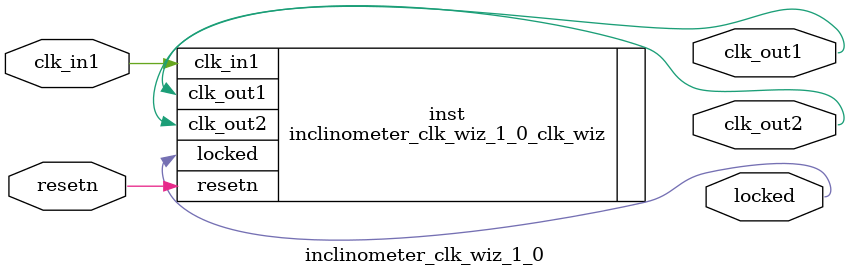
<source format=v>


`timescale 1ps/1ps

(* CORE_GENERATION_INFO = "inclinometer_clk_wiz_1_0,clk_wiz_v6_0_11_0_0,{component_name=inclinometer_clk_wiz_1_0,use_phase_alignment=true,use_min_o_jitter=false,use_max_i_jitter=false,use_dyn_phase_shift=false,use_inclk_switchover=false,use_dyn_reconfig=false,enable_axi=0,feedback_source=FDBK_AUTO,PRIMITIVE=MMCM,num_out_clk=2,clkin1_period=10.000,clkin2_period=10.000,use_power_down=false,use_reset=true,use_locked=true,use_inclk_stopped=false,feedback_type=SINGLE,CLOCK_MGR_TYPE=NA,manual_override=false}" *)

module inclinometer_clk_wiz_1_0 
 (
  // Clock out ports
  output        clk_out1,
  output        clk_out2,
  // Status and control signals
  input         resetn,
  output        locked,
 // Clock in ports
  input         clk_in1
 );

  inclinometer_clk_wiz_1_0_clk_wiz inst
  (
  // Clock out ports  
  .clk_out1(clk_out1),
  .clk_out2(clk_out2),
  // Status and control signals               
  .resetn(resetn), 
  .locked(locked),
 // Clock in ports
  .clk_in1(clk_in1)
  );

endmodule

</source>
